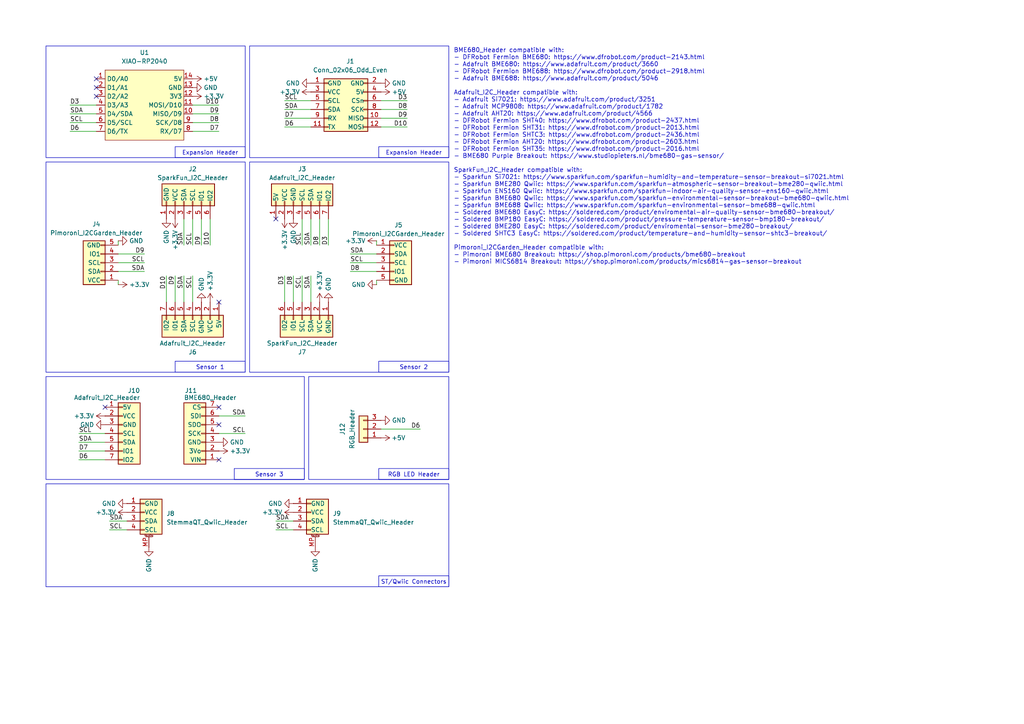
<source format=kicad_sch>
(kicad_sch (version 20250114) (generator "eeschema") (generator_version "9.0")
  (paper "A4")
  (title_block (title "XIAO SensorBoard for ESPHome") (date "2025-03-26") (rev "v1.00") (company "0rax") (comment 1 "https://github.com/0rax/esphome-xiao-base/"))
  (lib_symbols
    (symbol "Connector_Generic:Conn_01x03" (pin_names (offset 1.016) (hide yes))
      (property "Reference" "J" (at 0 5.08 0))
      (property "Value" "Conn_01x03" (at 0 -5.08 0))
      (symbol "Conn_01x03_1_1"
        (rectangle (start -1.27 3.81) (end 1.27 -3.81) (stroke (width 0.254)) (fill (type background)))
        (rectangle (start -1.27 2.667) (end 0 2.413) (stroke (width 0.1524)))
        (rectangle (start -1.27 0.127) (end 0 -0.127) (stroke (width 0.1524)))
        (rectangle (start -1.27 -2.413) (end 0 -2.667) (stroke (width 0.1524)))
        (pin passive line (at -5.08 2.54 0) (length 3.81) (name "Pin_1") (number "1"))
        (pin passive line (at -5.08 0 0) (length 3.81) (name "Pin_2") (number "2"))
        (pin passive line (at -5.08 -2.54 0) (length 3.81) (name "Pin_3") (number "3"))
      )
    )
    (symbol "Connector_Generic:Conn_02x06_Odd_Even" (pin_names (offset 1.016))
      (property "Reference" "J1" (at 1.27 11.43 0))
      (property "Value" "Conn_02x06_Odd_Even" (at 1.27 8.89 0))
      (symbol "Conn_02x06_Odd_Even_1_1"
        (rectangle (start -6.35 6.35) (end 6.35 -8.89) (stroke (width 0.254)) (fill (type background)))
        (rectangle (start -6.35 5.207) (end -5.08 4.953) (stroke (width 0.1524)))
        (rectangle (start -6.35 2.667) (end -5.08 2.413) (stroke (width 0.1524)))
        (rectangle (start -6.35 0.127) (end -5.08 -0.127) (stroke (width 0.1524)))
        (rectangle (start -6.35 -2.413) (end -5.08 -2.667) (stroke (width 0.1524)))
        (rectangle (start -6.35 -4.953) (end -5.08 -5.207) (stroke (width 0.1524)))
        (rectangle (start -6.35 -7.493) (end -5.08 -7.747) (stroke (width 0.1524)))
        (rectangle (start 5.08 5.207) (end 6.35 4.953) (stroke (width 0.1524)))
        (rectangle (start 6.35 2.667) (end 5.08 2.413) (stroke (width 0.1524)))
        (rectangle (start 6.35 0.127) (end 5.08 -0.127) (stroke (width 0.1524)))
        (rectangle (start 6.35 -2.413) (end 5.08 -2.667) (stroke (width 0.1524)))
        (rectangle (start 6.35 -4.953) (end 5.08 -5.207) (stroke (width 0.1524)))
        (rectangle (start 6.35 -7.493) (end 5.08 -7.747) (stroke (width 0.1524)))
        (pin passive line (at -10.16 5.08 0) (length 3.81) (name "GND") (number "1"))
        (pin passive line (at -10.16 2.54 0) (length 3.81) (name "VCC") (number "3"))
        (pin passive line (at -10.16 0 0) (length 3.81) (name "SCL") (number "5"))
        (pin passive line (at -10.16 -2.54 0) (length 3.81) (name "SDA") (number "7"))
        (pin passive line (at -10.16 -5.08 0) (length 3.81) (name "RX") (number "9"))
        (pin passive line (at -10.16 -7.62 0) (length 3.81) (name "TX") (number "11"))
        (pin passive line (at 10.16 5.08 180) (length 3.81) (name "GND") (number "2"))
        (pin passive line (at 10.16 2.54 180) (length 3.81) (name "5V") (number "4"))
        (pin passive line (at 10.16 0 180) (length 3.81) (name "CSn") (number "6"))
        (pin passive line (at 10.16 -2.54 180) (length 3.81) (name "SCK") (number "8"))
        (pin passive line (at 10.16 -5.08 180) (length 3.81) (name "MISO") (number "10"))
        (pin passive line (at 10.16 -7.62 180) (length 3.81) (name "MOSI") (number "12"))
      )
    )
    (symbol "Header:Adafruit_I2C_Header" (pin_names (offset 1.27))
      (property "Reference" "J" (at 0 10.414 0))
      (property "Value" "Adafruit_I2C_Header" (at 0 -10.668 0))
      (symbol "Adafruit_I2C_Header_1_1"
        (rectangle (start -2.54 8.89) (end 3.81 -8.89) (stroke (width 0.254)) (fill (type background)))
        (rectangle (start -2.54 7.747) (end -1.27 7.493) (stroke (width 0.1524)))
        (rectangle (start -2.54 5.207) (end -1.27 4.953) (stroke (width 0.1524)))
        (rectangle (start -2.54 2.667) (end -1.27 2.413) (stroke (width 0.1524)))
        (rectangle (start -2.54 0.127) (end -1.27 -0.127) (stroke (width 0.1524)))
        (rectangle (start -2.54 -2.413) (end -1.27 -2.667) (stroke (width 0.1524)))
        (rectangle (start -2.54 -4.953) (end -1.27 -5.207) (stroke (width 0.1524)))
        (rectangle (start -2.54 -7.493) (end -1.27 -7.747) (stroke (width 0.1524)))
        (pin passive line (at -6.35 7.62 0) (length 3.81) (name "5V") (number "1"))
        (pin passive line (at -6.35 5.08 0) (length 3.81) (name "VCC") (number "2"))
        (pin passive line (at -6.35 2.54 0) (length 3.81) (name "GND") (number "3"))
        (pin passive line (at -6.35 0 0) (length 3.81) (name "SCL") (number "4"))
        (pin passive line (at -6.35 -2.54 0) (length 3.81) (name "SDA") (number "5"))
        (pin passive line (at -6.35 -5.08 0) (length 3.81) (name "IO1") (number "6"))
        (pin passive line (at -6.35 -7.62 0) (length 3.81) (name "IO2") (number "7"))
      )
    )
    (symbol "Header:BME680_Header" (pin_names (offset 1.27))
      (property "Reference" "J" (at 0 10.414 0))
      (property "Value" "BME680_Header" (at 0 -10.668 0))
      (symbol "BME680_Header_1_1"
        (rectangle (start -2.54 8.89) (end 3.81 -8.89) (stroke (width 0.254)) (fill (type background)))
        (rectangle (start -2.54 7.747) (end -1.27 7.493) (stroke (width 0.1524)))
        (rectangle (start -2.54 5.207) (end -1.27 4.953) (stroke (width 0.1524)))
        (rectangle (start -2.54 2.667) (end -1.27 2.413) (stroke (width 0.1524)))
        (rectangle (start -2.54 0.127) (end -1.27 -0.127) (stroke (width 0.1524)))
        (rectangle (start -2.54 -2.413) (end -1.27 -2.667) (stroke (width 0.1524)))
        (rectangle (start -2.54 -4.953) (end -1.27 -5.207) (stroke (width 0.1524)))
        (rectangle (start -2.54 -7.493) (end -1.27 -7.747) (stroke (width 0.1524)))
        (pin passive line (at -6.35 7.62 0) (length 3.81) (name "VIN") (number "1"))
        (pin passive line (at -6.35 5.08 0) (length 3.81) (name "3Vo") (number "2"))
        (pin passive line (at -6.35 2.54 0) (length 3.81) (name "GND") (number "3"))
        (pin passive line (at -6.35 0 0) (length 3.81) (name "SCK") (number "4"))
        (pin passive line (at -6.35 -2.54 0) (length 3.81) (name "SDO") (number "5"))
        (pin passive line (at -6.35 -5.08 0) (length 3.81) (name "SDI") (number "6"))
        (pin passive line (at -6.35 -7.62 0) (length 3.81) (name "CS") (number "7"))
      )
    )
    (symbol "Header:Pimoroni_I2CGarden_Header" (pin_names (offset 1.27))
      (property "Reference" "J" (at 0 7.874 0))
      (property "Value" "Pimoroni_I2CGarden_Header" (at 0 -8.128 0))
      (symbol "Pimoroni_I2CGarden_Header_1_1"
        (rectangle (start -2.54 6.35) (end 3.81 -6.35) (stroke (width 0.254)) (fill (type background)))
        (rectangle (start -2.54 5.207) (end -1.27 4.953) (stroke (width 0.1524)))
        (rectangle (start -2.54 2.667) (end -1.27 2.413) (stroke (width 0.1524)))
        (rectangle (start -2.54 0.127) (end -1.27 -0.127) (stroke (width 0.1524)))
        (rectangle (start -2.54 -2.413) (end -1.27 -2.667) (stroke (width 0.1524)))
        (rectangle (start -2.54 -4.953) (end -1.27 -5.207) (stroke (width 0.1524)))
        (pin passive line (at -6.35 5.08 0) (length 3.81) (name "VCC") (number "1"))
        (pin passive line (at -6.35 2.54 0) (length 3.81) (name "SDA") (number "2"))
        (pin passive line (at -6.35 0 0) (length 3.81) (name "SCL") (number "3"))
        (pin passive line (at -6.35 -2.54 0) (length 3.81) (name "IO1") (number "4"))
        (pin passive line (at -6.35 -5.08 0) (length 3.81) (name "GND") (number "5"))
      )
    )
    (symbol "Header:SparkFun_I2C_Header" (pin_names (offset 1.27))
      (property "Reference" "J" (at 0 10.668 0))
      (property "Value" "SparkFun_I2C_Header" (at 0 -8.128 0))
      (symbol "SparkFun_I2C_Header_1_1"
        (rectangle (start -2.54 8.89) (end 3.81 -6.35) (stroke (width 0.254)) (fill (type background)))
        (rectangle (start -2.54 7.747) (end -1.27 7.493) (stroke (width 0.1524)))
        (rectangle (start -2.54 5.207) (end -1.27 4.953) (stroke (width 0.1524)))
        (rectangle (start -2.54 2.667) (end -1.27 2.413) (stroke (width 0.1524)))
        (rectangle (start -2.54 0.127) (end -1.27 -0.127) (stroke (width 0.1524)))
        (rectangle (start -2.54 -2.413) (end -1.27 -2.667) (stroke (width 0.1524)))
        (rectangle (start -2.54 -4.953) (end -1.27 -5.207) (stroke (width 0.1524)))
        (pin passive line (at -6.35 7.62 0) (length 3.81) (name "GND") (number "1"))
        (pin passive line (at -6.35 5.08 0) (length 3.81) (name "VCC") (number "2"))
        (pin passive line (at -6.35 2.54 0) (length 3.81) (name "SDA") (number "3"))
        (pin passive line (at -6.35 0 0) (length 3.81) (name "SCL") (number "4"))
        (pin passive line (at -6.35 -2.54 0) (length 3.81) (name "IO1") (number "5"))
        (pin passive line (at -6.35 -5.08 0) (length 3.81) (name "IO2") (number "6"))
      )
    )
    (symbol "Header:StemmaQT_Qwiic_Header" (pin_names (offset 1.27))
      (property "Reference" "J" (at 5.461 -0.254 0))
      (property "Value" "StemmaQT_Qwiic_Header" (at 4.699 -2.54 0))
      (symbol "StemmaQT_Qwiic_Header_1_1"
        (rectangle (start -2.54 3.81) (end 3.81 -6.35) (stroke (width 0.254)) (fill (type background)))
        (rectangle (start -2.54 2.667) (end -1.27 2.413) (stroke (width 0.1524)))
        (rectangle (start -2.54 0.127) (end -1.27 -0.127) (stroke (width 0.1524)))
        (rectangle (start -2.54 -2.413) (end -1.27 -2.667) (stroke (width 0.1524)))
        (rectangle (start -2.54 -4.953) (end -1.27 -5.207) (stroke (width 0.1524)))
        (polyline (pts (xy -1.016 -7.112) (xy 1.016 -7.112)) (stroke (width 0.1524)))
        (text "Mounting" (at 0 -6.731 0) (effects (font (size 0.381 0.381))))
        (pin passive line (at -6.35 2.54 0) (length 3.81) (name "GND") (number "1"))
        (pin passive line (at -6.35 0 0) (length 3.81) (name "VCC") (number "2"))
        (pin passive line (at -6.35 -2.54 0) (length 3.81) (name "SDA") (number "3"))
        (pin passive line (at -6.35 -5.08 0) (length 3.81) (name "SCL") (number "4"))
        (pin passive line (at 0 -10.16 90) (length 3.048) (name "MountPin") (number "MP"))
      )
    )
    (symbol "LKBD_MCU:XIAO-RP2040"
      (property "Reference" "U1" (at 0 15.24 0))
      (property "Value" "XIAO-RP2040" (at 0 12.7 0))
      (symbol "XIAO-RP2040_0_1"
        (rectangle (start -11.43 10.16) (end 11.43 -10.16) (fill (type background)))
      )
      (symbol "XIAO-RP2040_1_1"
        (pin bidirectional line (at -13.97 7.62 0) (length 2.54) (name "D0/A0") (number "1"))
        (pin bidirectional line (at -13.97 5.08 0) (length 2.54) (name "D1/A1") (number "2"))
        (pin bidirectional line (at -13.97 2.54 0) (length 2.54) (name "D2/A2") (number "3"))
        (pin bidirectional line (at -13.97 0 0) (length 2.54) (name "D3/A3") (number "4"))
        (pin bidirectional line (at -13.97 -2.54 0) (length 2.54) (name "D4/SDA") (number "5"))
        (pin bidirectional line (at -13.97 -5.08 0) (length 2.54) (name "D5/SCL") (number "6"))
        (pin bidirectional line (at -13.97 -7.62 0) (length 2.54) (name "D6/TX") (number "7"))
        (pin power_out line (at 13.97 7.62 180) (length 2.54) (name "5V") (number "14"))
        (pin power_out line (at 13.97 5.08 180) (length 2.54) (name "GND") (number "13"))
        (pin power_out line (at 13.97 2.54 180) (length 2.54) (name "3V3") (number "12"))
        (pin bidirectional line (at 13.97 0 180) (length 2.54) (name "MOSI/D10") (number "11"))
        (pin bidirectional line (at 13.97 -2.54 180) (length 2.54) (name "MISO/D9") (number "10"))
        (pin bidirectional line (at 13.97 -5.08 180) (length 2.54) (name "SCK/D8") (number "9"))
        (pin bidirectional line (at 13.97 -7.62 180) (length 2.54) (name "RX/D7") (number "8"))
      )
    )
    (symbol "power:+3.3V" (power) (pin_numbers (hide yes)) (pin_names (offset 0) (hide yes))
      (property "Value" "+3.3V" (at 0 3.556 0))
      (symbol "+3.3V_0_1"
        (polyline (pts (xy -0.762 1.27) (xy 0 2.54)))
        (polyline (pts (xy 0 2.54) (xy 0.762 1.27)))
        (polyline (pts (xy 0 0) (xy 0 2.54)))
      )
      (symbol "+3.3V_1_1"
        (pin power_in line (at 0 0 90) (length 0) (name "~") (number "1"))
      )
    )
    (symbol "power:+5V" (power) (pin_numbers (hide yes)) (pin_names (offset 0) (hide yes))
      (property "Value" "+5V" (at 0 3.556 0))
      (symbol "+5V_0_1"
        (polyline (pts (xy -0.762 1.27) (xy 0 2.54)))
        (polyline (pts (xy 0 2.54) (xy 0.762 1.27)))
        (polyline (pts (xy 0 0) (xy 0 2.54)))
      )
      (symbol "+5V_1_1"
        (pin power_in line (at 0 0 90) (length 0) (name "~") (number "1"))
      )
    )
    (symbol "power:GND" (power) (pin_numbers (hide yes)) (pin_names (offset 0) (hide yes))
      (property "Value" "GND" (at 0 -3.81 0))
      (symbol "GND_0_1"
        (polyline (pts (xy 0 0) (xy 0 -1.27) (xy 1.27 -1.27) (xy 0 -2.54) (xy -1.27 -1.27) (xy 0 -1.27)))
      )
      (symbol "GND_1_1"
        (pin power_in line (at 0 0 270) (length 0) (name "~") (number "1"))
      )
    )
  )
  (rectangle (start 67.945 135.89) (end 88.265 139.065))
  (rectangle (start 109.855 135.89) (end 130.175 139.065))
  (rectangle (start 109.855 167.005) (end 130.175 170.18))
  (rectangle (start 13.335 46.99) (end 71.12 107.95))
  (rectangle (start 50.8 42.545) (end 71.12 45.72))
  (rectangle (start 72.39 13.335) (end 130.175 45.72))
  (rectangle (start 13.335 13.335) (end 71.12 45.72))
  (rectangle (start 72.39 46.99) (end 130.175 107.95))
  (rectangle (start 13.335 109.22) (end 88.265 139.065))
  (rectangle (start 109.855 104.775) (end 130.175 107.95))
  (rectangle (start 89.535 109.22) (end 130.175 139.065))
  (rectangle (start 50.8 104.775) (end 71.12 107.95))
  (rectangle (start 109.855 42.545) (end 130.175 45.72))
  (rectangle (start 13.335 140.335) (end 130.175 170.18))
  (text "Expansion Header" (at 60.96 44.45 0) (effects (font (size 1.2 1.2))))
  (text "RGB LED Header" (at 120.015 137.795 0) (effects (font (size 1.2 1.2))))
  (text "Expansion Header" (at 120.015 44.45 0) (effects (font (size 1.2 1.2))))
  (text "Sensor 1" (at 60.96 106.68 0) (effects (font (size 1.2 1.2))))
  (text "ST/Qwiic Connectors" (at 120.015 168.91 0) (effects (font (size 1.2 1.2))))
  (text "BME680_Header compatible with:\n- DFRobot Fermion BME680: https://www.dfrobot.com/product-2143.html\n- Adafruit BME680: https://www.adafruit.com/product/3660\n- DFRobot Fermion BME688: https://www.dfrobot.com/product-2918.html\n- Adafruit BME688: https://www.adafruit.com/product/5046\n\nAdafruit_I2C_Header compatible with:\n- Adafruit Si7021: https://www.adafruit.com/product/3251\n- Adafruit MCP9808: https://www.adafruit.com/product/1782\n- Adafruit AHT20: https://www.adafruit.com/product/4566\n- DFRobot Fermion SHT40: https://www.dfrobot.com/product-2437.html\n- DFRobot Fermion SHT31: https://www.dfrobot.com/product-2013.html\n- DFRobot Fermion SHTC3: https://www.dfrobot.com/product-2436.html\n- DFRobot Fermion AHT20: https://www.dfrobot.com/product-2603.html\n- DFRobot Fermion SHT35: https://www.dfrobot.com/product-2016.html\n- BME680 Purple Breakout: https://www.studiopieters.nl/bme680-gas-sensor/\n\nSparkFun_I2C_Header compatible with:\n- Sparkfun Si7021: https://www.sparkfun.com/sparkfun-humidity-and-temperature-sensor-breakout-si7021.html\n- Sparkfun BME280 Qwiic: https://www.sparkfun.com/sparkfun-atmospheric-sensor-breakout-bme280-qwiic.html\n- Sparkfun ENS160 Qwiic: https://www.sparkfun.com/sparkfun-indoor-air-quality-sensor-ens160-qwiic.html\n- Sparkfun BME680 Qwiic: https://www.sparkfun.com/sparkfun-environmental-sensor-breakout-bme680-qwiic.html\n- Sparkfun BME688 Qwiic: https://www.sparkfun.com/sparkfun-environmental-sensor-bme688-qwiic.html\n- Soldered BME680 EasyC: https://soldered.com/product/enviromental-air-quality-sensor-bme680-breakout/\n- Soldered BMP180 EasyC: https://soldered.com/product/pressure-temperature-sensor-bmp180-breakout/\n- Soldered BME280 EasyC: https://soldered.com/product/enviromental-sensor-bme280-breakout/\n- Soldered SHTC3 EasyC: https://soldered.com/product/temperature-and-humidity-sensor-shtc3-breakout/\n\nPimoroni_I2CGarden_Header compatible with:\n- Pimoroni BME680 Breakout: https://shop.pimoroni.com/products/bme680-breakout\n- Pimoroni MICS6814 Breakout: https://shop.pimoroni.com/products/mics6814-gas-sensor-breakout" (at 131.572 13.97 0) (effects (font (size 1.27 1.27)) (justify left top)))
  (text "Sensor 3" (at 78.105 137.795 0) (effects (font (size 1.2 1.2))))
  (text "Sensor 2" (at 120.015 106.68 0) (effects (font (size 1.2 1.2))))
  (no_connect (at 63.5 87.63))
  (no_connect (at 27.94 22.86))
  (no_connect (at 63.5 123.19))
  (no_connect (at 63.5 118.11))
  (no_connect (at 80.01 63.5))
  (no_connect (at 27.94 25.4))
  (no_connect (at 63.5 133.35))
  (no_connect (at 30.48 118.11))
  (no_connect (at 27.94 27.94))
  (wire (pts (xy 27.94 30.48) (xy 20.32 30.48)))
  (wire (pts (xy 80.01 151.13) (xy 85.09 151.13)))
  (wire (pts (xy 22.86 125.73) (xy 30.48 125.73)))
  (wire (pts (xy 90.17 80.01) (xy 90.17 87.63)))
  (wire (pts (xy 41.91 73.66) (xy 34.29 73.66)))
  (wire (pts (xy 87.63 71.12) (xy 87.63 63.5)))
  (wire (pts (xy 71.12 125.73) (xy 63.5 125.73)))
  (wire (pts (xy 63.5 38.1) (xy 55.88 38.1)))
  (wire (pts (xy 53.34 80.01) (xy 53.34 87.63)))
  (wire (pts (xy 48.26 87.63) (xy 48.26 80.01)))
  (wire (pts (xy 101.6 78.74) (xy 109.22 78.74)))
  (wire (pts (xy 85.09 87.63) (xy 85.09 80.01)))
  (wire (pts (xy 20.32 35.56) (xy 27.94 35.56)))
  (wire (pts (xy 101.6 76.2) (xy 109.22 76.2)))
  (wire (pts (xy 71.12 120.65) (xy 63.5 120.65)))
  (wire (pts (xy 82.55 36.83) (xy 90.17 36.83)))
  (wire (pts (xy 110.49 34.29) (xy 118.11 34.29)))
  (wire (pts (xy 80.01 153.67) (xy 85.09 153.67)))
  (wire (pts (xy 101.6 73.66) (xy 109.22 73.66)))
  (wire (pts (xy 31.75 151.13) (xy 36.83 151.13)))
  (wire (pts (xy 41.91 76.2) (xy 34.29 76.2)))
  (wire (pts (xy 20.32 38.1) (xy 27.94 38.1)))
  (wire (pts (xy 109.22 82.55) (xy 109.22 81.28)))
  (wire (pts (xy 55.88 71.12) (xy 55.88 63.5)))
  (wire (pts (xy 60.96 63.5) (xy 60.96 71.12)))
  (wire (pts (xy 41.91 78.74) (xy 34.29 78.74)))
  (wire (pts (xy 55.88 80.01) (xy 55.88 87.63)))
  (wire (pts (xy 110.49 29.21) (xy 118.11 29.21)))
  (wire (pts (xy 90.17 71.12) (xy 90.17 63.5)))
  (wire (pts (xy 30.48 133.35) (xy 22.86 133.35)))
  (wire (pts (xy 82.55 87.63) (xy 82.55 80.01)))
  (wire (pts (xy 55.88 30.48) (xy 63.5 30.48)))
  (wire (pts (xy 82.55 29.21) (xy 90.17 29.21)))
  (wire (pts (xy 82.55 34.29) (xy 90.17 34.29)))
  (wire (pts (xy 58.42 63.5) (xy 58.42 71.12)))
  (wire (pts (xy 22.86 128.27) (xy 30.48 128.27)))
  (wire (pts (xy 55.88 35.56) (xy 63.5 35.56)))
  (wire (pts (xy 34.29 82.55) (xy 34.29 81.28)))
  (wire (pts (xy 95.25 63.5) (xy 95.25 71.12)))
  (wire (pts (xy 110.49 31.75) (xy 118.11 31.75)))
  (wire (pts (xy 82.55 31.75) (xy 90.17 31.75)))
  (wire (pts (xy 109.22 69.85) (xy 109.22 71.12)))
  (wire (pts (xy 55.88 33.02) (xy 63.5 33.02)))
  (wire (pts (xy 110.49 36.83) (xy 118.11 36.83)))
  (wire (pts (xy 50.8 87.63) (xy 50.8 80.01)))
  (wire (pts (xy 20.32 33.02) (xy 27.94 33.02)))
  (wire (pts (xy 34.29 69.85) (xy 34.29 71.12)))
  (wire (pts (xy 30.48 130.81) (xy 22.86 130.81)))
  (wire (pts (xy 87.63 80.01) (xy 87.63 87.63)))
  (wire (pts (xy 121.92 124.46) (xy 110.49 124.46)))
  (wire (pts (xy 31.75 153.67) (xy 36.83 153.67)))
  (wire (pts (xy 53.34 71.12) (xy 53.34 63.5)))
  (wire (pts (xy 92.71 63.5) (xy 92.71 71.12)))
  (label "D6" (at 82.55 36.83 0))
  (label "D3" (at 20.32 30.48 0))
  (label "D9" (at 41.91 73.66 180))
  (label "SCL" (at 87.63 71.12 90))
  (label "SDA" (at 41.91 78.74 180))
  (label "SDA" (at 101.6 73.66 0))
  (label "D7" (at 82.55 34.29 0))
  (label "SCL" (at 71.12 125.73 180))
  (label "D6" (at 20.32 38.1 0))
  (label "D6" (at 121.92 124.46 180))
  (label "D10" (at 118.11 36.83 180))
  (label "D10" (at 63.5 30.48 180))
  (label "D9" (at 50.8 80.01 270))
  (label "D9" (at 63.5 33.02 180))
  (label "SCL" (at 55.88 71.12 90))
  (label "SDA" (at 22.86 128.27 0))
  (label "SDA" (at 53.34 80.01 270))
  (label "SCL" (at 31.75 153.67 0))
  (label "D7" (at 63.5 38.1 180))
  (label "SDA" (at 71.12 120.65 180))
  (label "SDA" (at 82.55 31.75 0))
  (label "D9" (at 58.42 71.12 90))
  (label "D3" (at 118.11 29.21 180))
  (label "D8" (at 118.11 31.75 180))
  (label "SDA" (at 53.34 71.12 90))
  (label "SDA" (at 80.01 151.13 0))
  (label "D10" (at 60.96 71.12 90))
  (label "D10" (at 48.26 80.01 270))
  (label "SDA" (at 90.17 71.12 90))
  (label "SDA" (at 90.17 80.01 270))
  (label "D3" (at 95.25 71.12 90))
  (label "D7" (at 22.86 130.81 0))
  (label "D8" (at 101.6 78.74 0))
  (label "SCL" (at 41.91 76.2 180))
  (label "D3" (at 82.55 80.01 270))
  (label "SCL" (at 87.63 80.01 270))
  (label "SCL" (at 101.6 76.2 0))
  (label "D6" (at 22.86 133.35 0))
  (label "D9" (at 118.11 34.29 180))
  (label "SCL" (at 20.32 35.56 0))
  (label "SDA" (at 31.75 151.13 0))
  (label "SCL" (at 82.55 29.21 0))
  (label "SCL" (at 80.01 153.67 0))
  (label "D8" (at 85.09 80.01 270))
  (label "SCL" (at 55.88 80.01 270))
  (label "D8" (at 63.5 35.56 180))
  (label "SDA" (at 20.32 33.02 0))
  (label "D8" (at 92.71 71.12 90))
  (label "SCL" (at 22.86 125.73 0))
  (symbol (lib_id "power:GND") (at 85.09 63.5 0) (mirror y) (unit 1)
    (property "Reference" "#PWR08" (effects (hide yes)))
    (property "Value" "GND" (at 85.09 66.675 90) (effects (justify right)))
    (property "Description" "Power symbol creates a global label with name \"GND\" , ground" (effects (hide yes)))
  )
  (symbol (lib_id "power:GND") (at 95.25 87.63 180) (unit 1)
    (property "Reference" "#PWR016" (effects (hide yes)))
    (property "Value" "GND" (at 95.25 84.455 90) (effects (justify right)))
    (property "Description" "Power symbol creates a global label with name \"GND\" , ground" (effects (hide yes)))
  )
  (symbol (lib_id "power:+5V") (at 55.88 22.86 270) (unit 1)
    (property "Reference" "#PWR029" (effects (hide yes)))
    (property "Value" "+5V" (at 59.055 22.8601 90) (effects (justify left)))
    (property "Description" "Power symbol creates a global label with name \"+5V\"" (effects (hide yes)))
  )
  (symbol (lib_id "power:+3.3V") (at 82.55 63.5 0) (mirror x) (unit 1)
    (property "Reference" "#PWR07" (effects (hide yes)))
    (property "Value" "+3.3V" (at 82.55 66.675 90) (effects (justify left)))
    (property "Description" "Power symbol creates a global label with name \"+3.3V\"" (effects (hide yes)))
  )
  (symbol (lib_id "power:+3.3V") (at 34.29 82.55 270) (mirror x) (unit 1)
    (property "Reference" "#PWR09" (effects (hide yes)))
    (property "Value" "+3.3V" (at 37.465 82.55 90) (effects (justify left)))
    (property "Description" "Power symbol creates a global label with name \"+3.3V\"" (effects (hide yes)))
  )
  (symbol (lib_id "power:+3.3V") (at 55.88 27.94 270) (mirror x) (unit 1)
    (property "Reference" "#PWR030" (effects (hide yes)))
    (property "Value" "+3.3V" (at 59.055 27.94 90) (effects (justify left)))
    (property "Description" "Power symbol creates a global label with name \"+3.3V\"" (effects (hide yes)))
  )
  (symbol (lib_id "Connector_Generic:Conn_01x03") (at 105.41 124.46 180) (unit 1)
    (property "Reference" "J12" (at 99.314 124.46 90))
    (property "Value" "RGB_Header" (at 102.108 124.46 90))
    (property "Footprint" "Header:NeoPixel_Header" (effects (hide yes)))
    (property "Description" "Generic connector, single row, 01x03, script generated (kicad-library-utils/schlib/autogen/connector/)" (effects (hide yes)))
  )
  (symbol (lib_id "Header:StemmaQT_Qwiic_Header") (at 91.44 148.59 0) (unit 1)
    (property "Reference" "J9" (at 96.52 148.9455 0) (effects (justify left)))
    (property "Value" "StemmaQT_Qwiic_Header" (at 96.52 151.4855 0) (effects (justify left)))
    (property "Footprint" "Connector_JST:JST_SH_SM04B-SRSS-TB_1x04-1MP_P1.00mm_Horizontal" (effects (hide yes)))
    (property "Description" "Generic connectable mounting pin connector, single row, 01x04, script generated (kicad-library-utils/schlib/autogen/connector/)" (effects (hide yes)))
  )
  (symbol (lib_id "power:+3.3V") (at 109.22 69.85 90) (mirror x) (unit 1)
    (property "Reference" "#PWR012" (effects (hide yes)))
    (property "Value" "+3.3V" (at 106.045 69.85 90) (effects (justify left)))
    (property "Description" "Power symbol creates a global label with name \"+3.3V\"" (effects (hide yes)))
  )
  (symbol (lib_id "power:+3.3V") (at 60.96 87.63 0) (mirror y) (unit 1)
    (property "Reference" "#PWR014" (effects (hide yes)))
    (property "Value" "+3.3V" (at 60.96 84.455 90) (effects (justify left)))
    (property "Description" "Power symbol creates a global label with name \"+3.3V\"" (effects (hide yes)))
  )
  (symbol (lib_id "power:GND") (at 30.48 123.19 270) (mirror x) (unit 1)
    (property "Reference" "#PWR025" (effects (hide yes)))
    (property "Value" "GND" (at 27.305 123.19 90) (effects (justify right)))
    (property "Description" "Power symbol creates a global label with name \"GND\" , ground" (effects (hide yes)))
  )
  (symbol (lib_id "Header:Adafruit_I2C_Header") (at 36.83 125.73 0) (unit 1)
    (property "Reference" "J10" (at 40.64 113.284 0) (effects (justify right)))
    (property "Value" "Adafruit_I2C_Header" (at 40.64 115.316 0) (effects (justify right)))
    (property "Footprint" "Header:Adafruit_I2C_Header" (effects (hide yes)))
  )
  (symbol (lib_id "Header:Pimoroni_I2CGarden_Header") (at 115.57 76.2 0) (unit 1)
    (property "Reference" "J5" (at 115.57 65.278 0))
    (property "Value" "Pimoroni_I2CGarden_Header" (at 115.57 67.818 0))
    (property "Footprint" "Header:Pimoroni_I2CGarden_Header" (effects (hide yes)))
    (property "Description" "Generic connector, single row, 01x05, script generated (kicad-library-utils/schlib/autogen/connector/)" (effects (hide yes)))
  )
  (symbol (lib_id "power:+5V") (at 110.49 26.67 270) (unit 1)
    (property "Reference" "#PWR04" (effects (hide yes)))
    (property "Value" "+5V" (at 113.665 26.6701 90) (effects (justify left)))
    (property "Description" "Power symbol creates a global label with name \"+5V\"" (effects (hide yes)))
  )
  (symbol (lib_id "power:GND") (at 110.49 121.92 90) (unit 1)
    (property "Reference" "#PWR021" (effects (hide yes)))
    (property "Value" "GND" (at 113.665 121.92 90) (effects (justify right)))
    (property "Description" "Power symbol creates a global label with name \"GND\" , ground" (effects (hide yes)))
  )
  (symbol (lib_id "power:GND") (at 85.09 146.05 270) (mirror x) (unit 1)
    (property "Reference" "#PWR018" (effects (hide yes)))
    (property "Value" "GND" (at 81.915 146.05 90) (effects (justify right)))
    (property "Description" "Power symbol creates a global label with name \"GND\" , ground" (effects (hide yes)))
  )
  (symbol (lib_id "power:GND") (at 55.88 25.4 90) (mirror x) (unit 1)
    (property "Reference" "#PWR031" (effects (hide yes)))
    (property "Value" "GND" (at 59.055 25.4 90) (effects (justify right)))
    (property "Description" "Power symbol creates a global label with name \"GND\" , ground" (effects (hide yes)))
  )
  (symbol (lib_id "power:+3.3V") (at 36.83 148.59 90) (mirror x) (unit 1)
    (property "Reference" "#PWR019" (effects (hide yes)))
    (property "Value" "+3.3V" (at 33.655 148.59 90) (effects (justify left)))
    (property "Description" "Power symbol creates a global label with name \"+3.3V\"" (effects (hide yes)))
  )
  (symbol (lib_id "power:+3.3V") (at 85.09 148.59 90) (mirror x) (unit 1)
    (property "Reference" "#PWR020" (effects (hide yes)))
    (property "Value" "+3.3V" (at 81.915 148.59 90) (effects (justify left)))
    (property "Description" "Power symbol creates a global label with name \"+3.3V\"" (effects (hide yes)))
  )
  (symbol (lib_id "Header:SparkFun_I2C_Header") (at 55.88 57.15 90) (unit 1)
    (property "Reference" "J2" (at 55.88 49.022 90))
    (property "Value" "SparkFun_I2C_Header" (at 55.88 51.562 90))
    (property "Footprint" "Header:SparkFun_I2C_Header" (effects (hide yes)))
    (property "Description" "Generic connector, single row, 01x07, script generated (kicad-library-utils/schlib/autogen/connector/)" (effects (hide yes)))
  )
  (symbol (lib_id "power:+3.3V") (at 90.17 26.67 90) (mirror x) (unit 1)
    (property "Reference" "#PWR03" (effects (hide yes)))
    (property "Value" "+3.3V" (at 86.995 26.67 90) (effects (justify left)))
    (property "Description" "Power symbol creates a global label with name \"+3.3V\"" (effects (hide yes)))
  )
  (symbol (lib_id "Header:BME680_Header") (at 57.15 125.73 180) (unit 1)
    (property "Reference" "J11" (at 53.594 113.284 0) (effects (justify right)))
    (property "Value" "BME680_Header" (at 53.34 115.316 0) (effects (justify right)))
    (property "Footprint" "Header:BME680_Header" (effects (hide yes)))
    (property "Description" "Generic connector, single row, 01x07, script generated (kicad-library-utils/schlib/autogen/connector/)" (effects (hide yes)))
  )
  (symbol (lib_id "Header:StemmaQT_Qwiic_Header") (at 43.18 148.59 0) (unit 1)
    (property "Reference" "J8" (at 48.26 148.9455 0) (effects (justify left)))
    (property "Value" "StemmaQT_Qwiic_Header" (at 48.26 151.4855 0) (effects (justify left)))
    (property "Footprint" "Connector_JST:JST_SH_SM04B-SRSS-TB_1x04-1MP_P1.00mm_Horizontal" (effects (hide yes)))
    (property "Description" "Generic connectable mounting pin connector, single row, 01x04, script generated (kicad-library-utils/schlib/autogen/connector/)" (effects (hide yes)))
  )
  (symbol (lib_id "power:GND") (at 43.18 158.75 0) (unit 1)
    (property "Reference" "#PWR027" (effects (hide yes)))
    (property "Value" "GND" (at 43.18 161.925 90) (effects (justify right)))
    (property "Description" "Power symbol creates a global label with name \"GND\" , ground" (effects (hide yes)))
  )
  (symbol (lib_id "power:+3.3V") (at 63.5 130.81 270) (unit 1)
    (property "Reference" "#PWR024" (effects (hide yes)))
    (property "Value" "+3.3V" (at 66.675 130.81 90) (effects (justify left)))
    (property "Description" "Power symbol creates a global label with name \"+3.3V\"" (effects (hide yes)))
  )
  (symbol (lib_id "Header:SparkFun_I2C_Header") (at 87.63 93.98 270) (unit 1)
    (property "Reference" "J7" (at 87.63 102.108 90))
    (property "Value" "SparkFun_I2C_Header" (at 87.63 99.568 90))
    (property "Footprint" "Header:SparkFun_I2C_Header" (effects (hide yes)))
    (property "Description" "Generic connector, single row, 01x07, script generated (kicad-library-utils/schlib/autogen/connector/)" (effects (hide yes)))
  )
  (symbol (lib_id "power:+3.3V") (at 50.8 63.5 180) (unit 1)
    (property "Reference" "#PWR06" (effects (hide yes)))
    (property "Value" "+3.3V" (at 50.8 66.675 90) (effects (justify left)))
    (property "Description" "Power symbol creates a global label with name \"+3.3V\"" (effects (hide yes)))
  )
  (symbol (lib_id "power:+3.3V") (at 92.71 87.63 0) (unit 1)
    (property "Reference" "#PWR015" (effects (hide yes)))
    (property "Value" "+3.3V" (at 92.71 84.455 90) (effects (justify left)))
    (property "Description" "Power symbol creates a global label with name \"+3.3V\"" (effects (hide yes)))
  )
  (symbol (lib_id "power:+3.3V") (at 30.48 120.65 90) (mirror x) (unit 1)
    (property "Reference" "#PWR026" (effects (hide yes)))
    (property "Value" "+3.3V" (at 27.305 120.65 90) (effects (justify left)))
    (property "Description" "Power symbol creates a global label with name \"+3.3V\"" (effects (hide yes)))
  )
  (symbol (lib_id "LKBD_MCU:XIAO-RP2040") (at 41.91 30.48 0) (unit 1)
    (property "Reference" "U1" (at 41.91 15.24 0))
    (property "Value" "XIAO-RP2040" (at 41.91 17.78 0))
    (property "Footprint" "LKBD_MCU:MCU_XIAO-RP2040" (effects (hide yes)))
    (property "Description" "SeeedStudio XIAO RP2040" (effects (hide yes)))
    (property "Documentation" "https://wiki.seeedstudio.com/XIAO-RP2040/" (effects (hide yes)))
    (property "Pinout" "https://files.seeedstudio.com/wiki/XIAO-RP2040/img/xinpin.jpg" (effects (hide yes)))
  )
  (symbol (lib_id "power:GND") (at 109.22 82.55 270) (mirror x) (unit 1)
    (property "Reference" "#PWR010" (effects (hide yes)))
    (property "Value" "GND" (at 106.045 82.55 90) (effects (justify right)))
    (property "Description" "Power symbol creates a global label with name \"GND\" , ground" (effects (hide yes)))
  )
  (symbol (lib_id "power:GND") (at 58.42 87.63 0) (mirror x) (unit 1)
    (property "Reference" "#PWR013" (effects (hide yes)))
    (property "Value" "GND" (at 58.42 84.455 90) (effects (justify right)))
    (property "Description" "Power symbol creates a global label with name \"GND\" , ground" (effects (hide yes)))
  )
  (symbol (lib_id "Connector_Generic:Conn_02x06_Odd_Even") (at 100.33 29.21 0) (unit 1) (in_bom no)
    (property "Reference" "J1" (at 101.6 17.78 0))
    (property "Value" "Conn_02x06_Odd_Even" (at 101.6 20.32 0))
    (property "Footprint" "ESPHomeXIAOBase:XIAOBase_Header" (effects (hide yes)))
    (property "Description" "Generic connector, double row, 02x06, odd/even pin numbering scheme (row 1 odd numbers, row 2 even numbers), script generated (kicad-library-utils/schlib/autogen/connector/)" (effects (hide yes)))
  )
  (symbol (lib_id "power:GND") (at 63.5 128.27 90) (unit 1)
    (property "Reference" "#PWR023" (effects (hide yes)))
    (property "Value" "GND" (at 66.675 128.27 90) (effects (justify right)))
    (property "Description" "Power symbol creates a global label with name \"GND\" , ground" (effects (hide yes)))
  )
  (symbol (lib_id "Header:Adafruit_I2C_Header") (at 87.63 57.15 90) (unit 1)
    (property "Reference" "J3" (at 87.63 49.022 90))
    (property "Value" "Adafruit_I2C_Header" (at 87.63 51.562 90))
    (property "Footprint" "Header:Adafruit_I2C_Header" (effects (hide yes)))
    (property "Description" "Generic connector, single row, 01x07, script generated (kicad-library-utils/schlib/autogen/connector/)" (effects (hide yes)))
  )
  (symbol (lib_id "power:GND") (at 36.83 146.05 270) (mirror x) (unit 1)
    (property "Reference" "#PWR017" (effects (hide yes)))
    (property "Value" "GND" (at 33.655 146.05 90) (effects (justify right)))
    (property "Description" "Power symbol creates a global label with name \"GND\" , ground" (effects (hide yes)))
  )
  (symbol (lib_id "power:GND") (at 91.44 158.75 0) (unit 1)
    (property "Reference" "#PWR028" (effects (hide yes)))
    (property "Value" "GND" (at 91.44 161.925 90) (effects (justify right)))
    (property "Description" "Power symbol creates a global label with name \"GND\" , ground" (effects (hide yes)))
  )
  (symbol (lib_id "Header:Pimoroni_I2CGarden_Header") (at 27.94 76.2 180) (unit 1)
    (property "Reference" "J4" (at 27.94 65.024 0))
    (property "Value" "Pimoroni_I2CGarden_Header" (at 27.94 67.564 0))
    (property "Footprint" "Header:Pimoroni_I2CGarden_Header" (effects (hide yes)))
    (property "Description" "Generic connector, single row, 01x05, script generated (kicad-library-utils/schlib/autogen/connector/)" (effects (hide yes)))
  )
  (symbol (lib_id "power:GND") (at 48.26 63.5 0) (unit 1)
    (property "Reference" "#PWR05" (effects (hide yes)))
    (property "Value" "GND" (at 48.26 66.675 90) (effects (justify right)))
    (property "Description" "Power symbol creates a global label with name \"GND\" , ground" (effects (hide yes)))
  )
  (symbol (lib_id "power:GND") (at 110.49 24.13 90) (unit 1)
    (property "Reference" "#PWR02" (effects (hide yes)))
    (property "Value" "GND" (at 113.665 24.13 90) (effects (justify right)))
    (property "Description" "Power symbol creates a global label with name \"GND\" , ground" (effects (hide yes)))
  )
  (symbol (lib_id "power:GND") (at 90.17 24.13 270) (mirror x) (unit 1)
    (property "Reference" "#PWR01" (effects (hide yes)))
    (property "Value" "GND" (at 86.995 24.13 90) (effects (justify right)))
    (property "Description" "Power symbol creates a global label with name \"GND\" , ground" (effects (hide yes)))
  )
  (symbol (lib_id "power:GND") (at 34.29 69.85 90) (mirror x) (unit 1)
    (property "Reference" "#PWR011" (effects (hide yes)))
    (property "Value" "GND" (at 37.465 69.85 90) (effects (justify right)))
    (property "Description" "Power symbol creates a global label with name \"GND\" , ground" (effects (hide yes)))
  )
  (symbol (lib_id "power:+5V") (at 110.49 127 270) (unit 1)
    (property "Reference" "#PWR022" (effects (hide yes)))
    (property "Value" "+5V" (at 113.538 127 90) (effects (justify left)))
    (property "Description" "Power symbol creates a global label with name \"+5V\"" (effects (hide yes)))
  )
  (symbol (lib_id "Header:Adafruit_I2C_Header") (at 55.88 93.98 270) (unit 1)
    (property "Reference" "J6" (at 55.88 102.108 90))
    (property "Value" "Adafruit_I2C_Header" (at 55.88 99.568 90))
    (property "Footprint" "Header:Adafruit_I2C_Header" (effects (hide yes)))
    (property "Description" "Generic connector, single row, 01x07, script generated (kicad-library-utils/schlib/autogen/connector/)" (effects (hide yes)))
  )
)
</source>
